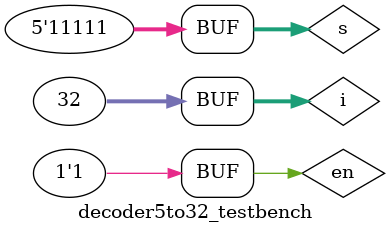
<source format=sv>
`timescale 1ps/1ps

/**
 * 5 to 32 decoder to choose a register to 
 * write to based on selected register
 *
 */
module decoder5to32(en, s, data);

	input logic en;
	input logic [4:0] s;
	output logic [31:0] data;

	logic [3:0] output2to4;

	decoder2to4 enables(.en, .select(s[4:3]), .data(output2to4));

	decoder3to8 D0D7(.en(output2to4[0]), .s(s[2:0]), .data(data[7:0]));
	decoder3to8 D8D15(.en(output2to4[1]), .s(s[2:0]), .data(data[15:8]));
	decoder3to8 D16D23(.en(output2to4[2]), .s(s[2:0]), .data(data[23:16]));
	decoder3to8 D24D31(.en(output2to4[3]), .s(s[2:0]), .data(data[31:24]));

endmodule


`timescale 1ns/10ps
module decoder5to32_testbench();
	
	logic en;
	logic [4:0] s;
	logic [31:0] data;

	decoder5to32 dut(.*);
	
	integer i;
	initial begin
		en = 1; #100;
		for (i = 0; i < 32; i++) begin
			s = i; #100;
		end
	end


endmodule



</source>
